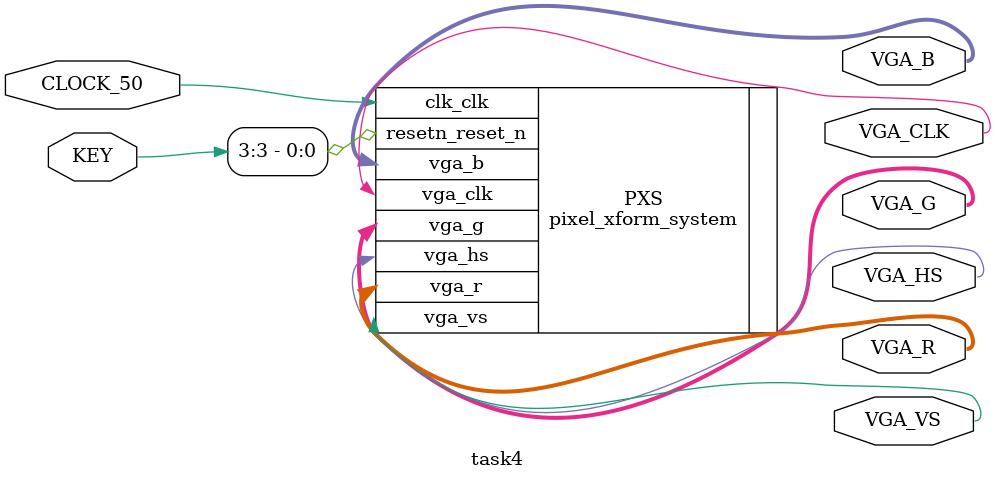
<source format=sv>
module task4 (
input CLOCK_50, 
input [3:0] KEY, 
output [7:0] VGA_R, 
output [7:0] VGA_G,
output [7:0] VGA_B, 
output VGA_VS,
output VGA_HS,
output VGA_CLK   
); 

	pixel_xform_system PXS (
	.clk_clk (CLOCK_50),
	.resetn_reset_n (KEY[3]), 
	.vga_b (VGA_B), 
	.vga_clk (VGA_CLK), 
	.vga_g (VGA_G),
	.vga_hs (VGA_HS), 
	.vga_r (VGA_R),
	.vga_vs (VGA_VS)
	);
	
endmodule 
</source>
